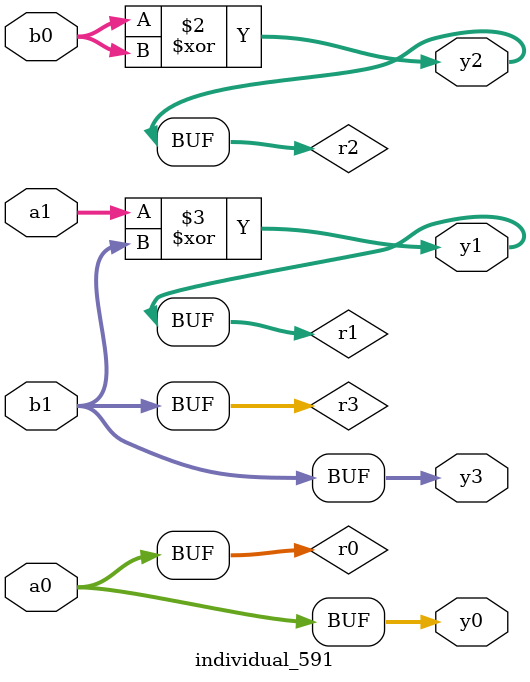
<source format=sv>
module individual_591(input logic [15:0] a1, input logic [15:0] a0, input logic [15:0] b1, input logic [15:0] b0, output logic [15:0] y3, output logic [15:0] y2, output logic [15:0] y1, output logic [15:0] y0);
logic [15:0] r0, r1, r2, r3; 
 always@(*) begin 
	 r0 = a0; r1 = a1; r2 = b0; r3 = b1; 
 	 r2  ^=  b0 ;
 	 r1  ^=  b1 ;
 	 y3 = r3; y2 = r2; y1 = r1; y0 = r0; 
end
endmodule
</source>
